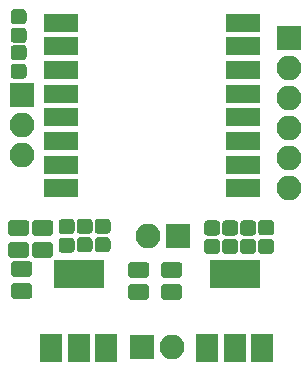
<source format=gbr>
G04 #@! TF.GenerationSoftware,KiCad,Pcbnew,5.0.0-fee4fd1~66~ubuntu16.04.1*
G04 #@! TF.CreationDate,2018-12-09T19:45:05+07:00*
G04 #@! TF.ProjectId,master_circuit,6D61737465725F636972637569742E6B,rev?*
G04 #@! TF.SameCoordinates,Original*
G04 #@! TF.FileFunction,Soldermask,Top*
G04 #@! TF.FilePolarity,Negative*
%FSLAX46Y46*%
G04 Gerber Fmt 4.6, Leading zero omitted, Abs format (unit mm)*
G04 Created by KiCad (PCBNEW 5.0.0-fee4fd1~66~ubuntu16.04.1) date Sun Dec  9 19:45:05 2018*
%MOMM*%
%LPD*%
G01*
G04 APERTURE LIST*
%ADD10R,2.900000X1.500000*%
%ADD11C,0.100000*%
%ADD12C,1.375000*%
%ADD13C,1.275000*%
%ADD14R,2.100000X2.100000*%
%ADD15O,2.100000X2.100000*%
%ADD16R,4.200000X2.400000*%
%ADD17R,1.900000X2.400000*%
G04 APERTURE END LIST*
D10*
G04 #@! TO.C,U1*
X149160000Y-62230000D03*
X149160000Y-64230000D03*
X149160000Y-66230000D03*
X149160000Y-68230000D03*
X149160000Y-70230000D03*
X149160000Y-72230000D03*
X149160000Y-74230000D03*
X149160000Y-76230000D03*
X164560000Y-76230000D03*
X164560000Y-74230000D03*
X164560000Y-72230000D03*
X164560000Y-70230000D03*
X164560000Y-68230000D03*
X164560000Y-66230000D03*
X164560000Y-64230000D03*
X164560000Y-62230000D03*
G04 #@! TD*
D11*
G04 #@! TO.C,C1*
G36*
X148163943Y-80769655D02*
X148197312Y-80774605D01*
X148230035Y-80782802D01*
X148261797Y-80794166D01*
X148292293Y-80808590D01*
X148321227Y-80825932D01*
X148348323Y-80846028D01*
X148373318Y-80868682D01*
X148395972Y-80893677D01*
X148416068Y-80920773D01*
X148433410Y-80949707D01*
X148447834Y-80980203D01*
X148459198Y-81011965D01*
X148467395Y-81044688D01*
X148472345Y-81078057D01*
X148474000Y-81111750D01*
X148474000Y-81799250D01*
X148472345Y-81832943D01*
X148467395Y-81866312D01*
X148459198Y-81899035D01*
X148447834Y-81930797D01*
X148433410Y-81961293D01*
X148416068Y-81990227D01*
X148395972Y-82017323D01*
X148373318Y-82042318D01*
X148348323Y-82064972D01*
X148321227Y-82085068D01*
X148292293Y-82102410D01*
X148261797Y-82116834D01*
X148230035Y-82128198D01*
X148197312Y-82136395D01*
X148163943Y-82141345D01*
X148130250Y-82143000D01*
X147017750Y-82143000D01*
X146984057Y-82141345D01*
X146950688Y-82136395D01*
X146917965Y-82128198D01*
X146886203Y-82116834D01*
X146855707Y-82102410D01*
X146826773Y-82085068D01*
X146799677Y-82064972D01*
X146774682Y-82042318D01*
X146752028Y-82017323D01*
X146731932Y-81990227D01*
X146714590Y-81961293D01*
X146700166Y-81930797D01*
X146688802Y-81899035D01*
X146680605Y-81866312D01*
X146675655Y-81832943D01*
X146674000Y-81799250D01*
X146674000Y-81111750D01*
X146675655Y-81078057D01*
X146680605Y-81044688D01*
X146688802Y-81011965D01*
X146700166Y-80980203D01*
X146714590Y-80949707D01*
X146731932Y-80920773D01*
X146752028Y-80893677D01*
X146774682Y-80868682D01*
X146799677Y-80846028D01*
X146826773Y-80825932D01*
X146855707Y-80808590D01*
X146886203Y-80794166D01*
X146917965Y-80782802D01*
X146950688Y-80774605D01*
X146984057Y-80769655D01*
X147017750Y-80768000D01*
X148130250Y-80768000D01*
X148163943Y-80769655D01*
X148163943Y-80769655D01*
G37*
D12*
X147574000Y-81455500D03*
D11*
G36*
X148163943Y-78894655D02*
X148197312Y-78899605D01*
X148230035Y-78907802D01*
X148261797Y-78919166D01*
X148292293Y-78933590D01*
X148321227Y-78950932D01*
X148348323Y-78971028D01*
X148373318Y-78993682D01*
X148395972Y-79018677D01*
X148416068Y-79045773D01*
X148433410Y-79074707D01*
X148447834Y-79105203D01*
X148459198Y-79136965D01*
X148467395Y-79169688D01*
X148472345Y-79203057D01*
X148474000Y-79236750D01*
X148474000Y-79924250D01*
X148472345Y-79957943D01*
X148467395Y-79991312D01*
X148459198Y-80024035D01*
X148447834Y-80055797D01*
X148433410Y-80086293D01*
X148416068Y-80115227D01*
X148395972Y-80142323D01*
X148373318Y-80167318D01*
X148348323Y-80189972D01*
X148321227Y-80210068D01*
X148292293Y-80227410D01*
X148261797Y-80241834D01*
X148230035Y-80253198D01*
X148197312Y-80261395D01*
X148163943Y-80266345D01*
X148130250Y-80268000D01*
X147017750Y-80268000D01*
X146984057Y-80266345D01*
X146950688Y-80261395D01*
X146917965Y-80253198D01*
X146886203Y-80241834D01*
X146855707Y-80227410D01*
X146826773Y-80210068D01*
X146799677Y-80189972D01*
X146774682Y-80167318D01*
X146752028Y-80142323D01*
X146731932Y-80115227D01*
X146714590Y-80086293D01*
X146700166Y-80055797D01*
X146688802Y-80024035D01*
X146680605Y-79991312D01*
X146675655Y-79957943D01*
X146674000Y-79924250D01*
X146674000Y-79236750D01*
X146675655Y-79203057D01*
X146680605Y-79169688D01*
X146688802Y-79136965D01*
X146700166Y-79105203D01*
X146714590Y-79074707D01*
X146731932Y-79045773D01*
X146752028Y-79018677D01*
X146774682Y-78993682D01*
X146799677Y-78971028D01*
X146826773Y-78950932D01*
X146855707Y-78933590D01*
X146886203Y-78919166D01*
X146917965Y-78907802D01*
X146950688Y-78899605D01*
X146984057Y-78894655D01*
X147017750Y-78893000D01*
X148130250Y-78893000D01*
X148163943Y-78894655D01*
X148163943Y-78894655D01*
G37*
D12*
X147574000Y-79580500D03*
G04 #@! TD*
D11*
G04 #@! TO.C,C2*
G36*
X146131943Y-78894655D02*
X146165312Y-78899605D01*
X146198035Y-78907802D01*
X146229797Y-78919166D01*
X146260293Y-78933590D01*
X146289227Y-78950932D01*
X146316323Y-78971028D01*
X146341318Y-78993682D01*
X146363972Y-79018677D01*
X146384068Y-79045773D01*
X146401410Y-79074707D01*
X146415834Y-79105203D01*
X146427198Y-79136965D01*
X146435395Y-79169688D01*
X146440345Y-79203057D01*
X146442000Y-79236750D01*
X146442000Y-79924250D01*
X146440345Y-79957943D01*
X146435395Y-79991312D01*
X146427198Y-80024035D01*
X146415834Y-80055797D01*
X146401410Y-80086293D01*
X146384068Y-80115227D01*
X146363972Y-80142323D01*
X146341318Y-80167318D01*
X146316323Y-80189972D01*
X146289227Y-80210068D01*
X146260293Y-80227410D01*
X146229797Y-80241834D01*
X146198035Y-80253198D01*
X146165312Y-80261395D01*
X146131943Y-80266345D01*
X146098250Y-80268000D01*
X144985750Y-80268000D01*
X144952057Y-80266345D01*
X144918688Y-80261395D01*
X144885965Y-80253198D01*
X144854203Y-80241834D01*
X144823707Y-80227410D01*
X144794773Y-80210068D01*
X144767677Y-80189972D01*
X144742682Y-80167318D01*
X144720028Y-80142323D01*
X144699932Y-80115227D01*
X144682590Y-80086293D01*
X144668166Y-80055797D01*
X144656802Y-80024035D01*
X144648605Y-79991312D01*
X144643655Y-79957943D01*
X144642000Y-79924250D01*
X144642000Y-79236750D01*
X144643655Y-79203057D01*
X144648605Y-79169688D01*
X144656802Y-79136965D01*
X144668166Y-79105203D01*
X144682590Y-79074707D01*
X144699932Y-79045773D01*
X144720028Y-79018677D01*
X144742682Y-78993682D01*
X144767677Y-78971028D01*
X144794773Y-78950932D01*
X144823707Y-78933590D01*
X144854203Y-78919166D01*
X144885965Y-78907802D01*
X144918688Y-78899605D01*
X144952057Y-78894655D01*
X144985750Y-78893000D01*
X146098250Y-78893000D01*
X146131943Y-78894655D01*
X146131943Y-78894655D01*
G37*
D12*
X145542000Y-79580500D03*
D11*
G36*
X146131943Y-80769655D02*
X146165312Y-80774605D01*
X146198035Y-80782802D01*
X146229797Y-80794166D01*
X146260293Y-80808590D01*
X146289227Y-80825932D01*
X146316323Y-80846028D01*
X146341318Y-80868682D01*
X146363972Y-80893677D01*
X146384068Y-80920773D01*
X146401410Y-80949707D01*
X146415834Y-80980203D01*
X146427198Y-81011965D01*
X146435395Y-81044688D01*
X146440345Y-81078057D01*
X146442000Y-81111750D01*
X146442000Y-81799250D01*
X146440345Y-81832943D01*
X146435395Y-81866312D01*
X146427198Y-81899035D01*
X146415834Y-81930797D01*
X146401410Y-81961293D01*
X146384068Y-81990227D01*
X146363972Y-82017323D01*
X146341318Y-82042318D01*
X146316323Y-82064972D01*
X146289227Y-82085068D01*
X146260293Y-82102410D01*
X146229797Y-82116834D01*
X146198035Y-82128198D01*
X146165312Y-82136395D01*
X146131943Y-82141345D01*
X146098250Y-82143000D01*
X144985750Y-82143000D01*
X144952057Y-82141345D01*
X144918688Y-82136395D01*
X144885965Y-82128198D01*
X144854203Y-82116834D01*
X144823707Y-82102410D01*
X144794773Y-82085068D01*
X144767677Y-82064972D01*
X144742682Y-82042318D01*
X144720028Y-82017323D01*
X144699932Y-81990227D01*
X144682590Y-81961293D01*
X144668166Y-81930797D01*
X144656802Y-81899035D01*
X144648605Y-81866312D01*
X144643655Y-81832943D01*
X144642000Y-81799250D01*
X144642000Y-81111750D01*
X144643655Y-81078057D01*
X144648605Y-81044688D01*
X144656802Y-81011965D01*
X144668166Y-80980203D01*
X144682590Y-80949707D01*
X144699932Y-80920773D01*
X144720028Y-80893677D01*
X144742682Y-80868682D01*
X144767677Y-80846028D01*
X144794773Y-80825932D01*
X144823707Y-80808590D01*
X144854203Y-80794166D01*
X144885965Y-80782802D01*
X144918688Y-80774605D01*
X144952057Y-80769655D01*
X144985750Y-80768000D01*
X146098250Y-80768000D01*
X146131943Y-80769655D01*
X146131943Y-80769655D01*
G37*
D12*
X145542000Y-81455500D03*
G04 #@! TD*
D11*
G04 #@! TO.C,C3*
G36*
X153041493Y-78815035D02*
X153072435Y-78819625D01*
X153102778Y-78827225D01*
X153132230Y-78837763D01*
X153160508Y-78851138D01*
X153187338Y-78867219D01*
X153212463Y-78885853D01*
X153235640Y-78906860D01*
X153256647Y-78930037D01*
X153275281Y-78955162D01*
X153291362Y-78981992D01*
X153304737Y-79010270D01*
X153315275Y-79039722D01*
X153322875Y-79070065D01*
X153327465Y-79101007D01*
X153329000Y-79132250D01*
X153329000Y-79769750D01*
X153327465Y-79800993D01*
X153322875Y-79831935D01*
X153315275Y-79862278D01*
X153304737Y-79891730D01*
X153291362Y-79920008D01*
X153275281Y-79946838D01*
X153256647Y-79971963D01*
X153235640Y-79995140D01*
X153212463Y-80016147D01*
X153187338Y-80034781D01*
X153160508Y-80050862D01*
X153132230Y-80064237D01*
X153102778Y-80074775D01*
X153072435Y-80082375D01*
X153041493Y-80086965D01*
X153010250Y-80088500D01*
X152297750Y-80088500D01*
X152266507Y-80086965D01*
X152235565Y-80082375D01*
X152205222Y-80074775D01*
X152175770Y-80064237D01*
X152147492Y-80050862D01*
X152120662Y-80034781D01*
X152095537Y-80016147D01*
X152072360Y-79995140D01*
X152051353Y-79971963D01*
X152032719Y-79946838D01*
X152016638Y-79920008D01*
X152003263Y-79891730D01*
X151992725Y-79862278D01*
X151985125Y-79831935D01*
X151980535Y-79800993D01*
X151979000Y-79769750D01*
X151979000Y-79132250D01*
X151980535Y-79101007D01*
X151985125Y-79070065D01*
X151992725Y-79039722D01*
X152003263Y-79010270D01*
X152016638Y-78981992D01*
X152032719Y-78955162D01*
X152051353Y-78930037D01*
X152072360Y-78906860D01*
X152095537Y-78885853D01*
X152120662Y-78867219D01*
X152147492Y-78851138D01*
X152175770Y-78837763D01*
X152205222Y-78827225D01*
X152235565Y-78819625D01*
X152266507Y-78815035D01*
X152297750Y-78813500D01*
X153010250Y-78813500D01*
X153041493Y-78815035D01*
X153041493Y-78815035D01*
G37*
D13*
X152654000Y-79451000D03*
D11*
G36*
X153041493Y-80390035D02*
X153072435Y-80394625D01*
X153102778Y-80402225D01*
X153132230Y-80412763D01*
X153160508Y-80426138D01*
X153187338Y-80442219D01*
X153212463Y-80460853D01*
X153235640Y-80481860D01*
X153256647Y-80505037D01*
X153275281Y-80530162D01*
X153291362Y-80556992D01*
X153304737Y-80585270D01*
X153315275Y-80614722D01*
X153322875Y-80645065D01*
X153327465Y-80676007D01*
X153329000Y-80707250D01*
X153329000Y-81344750D01*
X153327465Y-81375993D01*
X153322875Y-81406935D01*
X153315275Y-81437278D01*
X153304737Y-81466730D01*
X153291362Y-81495008D01*
X153275281Y-81521838D01*
X153256647Y-81546963D01*
X153235640Y-81570140D01*
X153212463Y-81591147D01*
X153187338Y-81609781D01*
X153160508Y-81625862D01*
X153132230Y-81639237D01*
X153102778Y-81649775D01*
X153072435Y-81657375D01*
X153041493Y-81661965D01*
X153010250Y-81663500D01*
X152297750Y-81663500D01*
X152266507Y-81661965D01*
X152235565Y-81657375D01*
X152205222Y-81649775D01*
X152175770Y-81639237D01*
X152147492Y-81625862D01*
X152120662Y-81609781D01*
X152095537Y-81591147D01*
X152072360Y-81570140D01*
X152051353Y-81546963D01*
X152032719Y-81521838D01*
X152016638Y-81495008D01*
X152003263Y-81466730D01*
X151992725Y-81437278D01*
X151985125Y-81406935D01*
X151980535Y-81375993D01*
X151979000Y-81344750D01*
X151979000Y-80707250D01*
X151980535Y-80676007D01*
X151985125Y-80645065D01*
X151992725Y-80614722D01*
X152003263Y-80585270D01*
X152016638Y-80556992D01*
X152032719Y-80530162D01*
X152051353Y-80505037D01*
X152072360Y-80481860D01*
X152095537Y-80460853D01*
X152120662Y-80442219D01*
X152147492Y-80426138D01*
X152175770Y-80412763D01*
X152205222Y-80402225D01*
X152235565Y-80394625D01*
X152266507Y-80390035D01*
X152297750Y-80388500D01*
X153010250Y-80388500D01*
X153041493Y-80390035D01*
X153041493Y-80390035D01*
G37*
D13*
X152654000Y-81026000D03*
G04 #@! TD*
D11*
G04 #@! TO.C,C4*
G36*
X159085943Y-84325655D02*
X159119312Y-84330605D01*
X159152035Y-84338802D01*
X159183797Y-84350166D01*
X159214293Y-84364590D01*
X159243227Y-84381932D01*
X159270323Y-84402028D01*
X159295318Y-84424682D01*
X159317972Y-84449677D01*
X159338068Y-84476773D01*
X159355410Y-84505707D01*
X159369834Y-84536203D01*
X159381198Y-84567965D01*
X159389395Y-84600688D01*
X159394345Y-84634057D01*
X159396000Y-84667750D01*
X159396000Y-85355250D01*
X159394345Y-85388943D01*
X159389395Y-85422312D01*
X159381198Y-85455035D01*
X159369834Y-85486797D01*
X159355410Y-85517293D01*
X159338068Y-85546227D01*
X159317972Y-85573323D01*
X159295318Y-85598318D01*
X159270323Y-85620972D01*
X159243227Y-85641068D01*
X159214293Y-85658410D01*
X159183797Y-85672834D01*
X159152035Y-85684198D01*
X159119312Y-85692395D01*
X159085943Y-85697345D01*
X159052250Y-85699000D01*
X157939750Y-85699000D01*
X157906057Y-85697345D01*
X157872688Y-85692395D01*
X157839965Y-85684198D01*
X157808203Y-85672834D01*
X157777707Y-85658410D01*
X157748773Y-85641068D01*
X157721677Y-85620972D01*
X157696682Y-85598318D01*
X157674028Y-85573323D01*
X157653932Y-85546227D01*
X157636590Y-85517293D01*
X157622166Y-85486797D01*
X157610802Y-85455035D01*
X157602605Y-85422312D01*
X157597655Y-85388943D01*
X157596000Y-85355250D01*
X157596000Y-84667750D01*
X157597655Y-84634057D01*
X157602605Y-84600688D01*
X157610802Y-84567965D01*
X157622166Y-84536203D01*
X157636590Y-84505707D01*
X157653932Y-84476773D01*
X157674028Y-84449677D01*
X157696682Y-84424682D01*
X157721677Y-84402028D01*
X157748773Y-84381932D01*
X157777707Y-84364590D01*
X157808203Y-84350166D01*
X157839965Y-84338802D01*
X157872688Y-84330605D01*
X157906057Y-84325655D01*
X157939750Y-84324000D01*
X159052250Y-84324000D01*
X159085943Y-84325655D01*
X159085943Y-84325655D01*
G37*
D12*
X158496000Y-85011500D03*
D11*
G36*
X159085943Y-82450655D02*
X159119312Y-82455605D01*
X159152035Y-82463802D01*
X159183797Y-82475166D01*
X159214293Y-82489590D01*
X159243227Y-82506932D01*
X159270323Y-82527028D01*
X159295318Y-82549682D01*
X159317972Y-82574677D01*
X159338068Y-82601773D01*
X159355410Y-82630707D01*
X159369834Y-82661203D01*
X159381198Y-82692965D01*
X159389395Y-82725688D01*
X159394345Y-82759057D01*
X159396000Y-82792750D01*
X159396000Y-83480250D01*
X159394345Y-83513943D01*
X159389395Y-83547312D01*
X159381198Y-83580035D01*
X159369834Y-83611797D01*
X159355410Y-83642293D01*
X159338068Y-83671227D01*
X159317972Y-83698323D01*
X159295318Y-83723318D01*
X159270323Y-83745972D01*
X159243227Y-83766068D01*
X159214293Y-83783410D01*
X159183797Y-83797834D01*
X159152035Y-83809198D01*
X159119312Y-83817395D01*
X159085943Y-83822345D01*
X159052250Y-83824000D01*
X157939750Y-83824000D01*
X157906057Y-83822345D01*
X157872688Y-83817395D01*
X157839965Y-83809198D01*
X157808203Y-83797834D01*
X157777707Y-83783410D01*
X157748773Y-83766068D01*
X157721677Y-83745972D01*
X157696682Y-83723318D01*
X157674028Y-83698323D01*
X157653932Y-83671227D01*
X157636590Y-83642293D01*
X157622166Y-83611797D01*
X157610802Y-83580035D01*
X157602605Y-83547312D01*
X157597655Y-83513943D01*
X157596000Y-83480250D01*
X157596000Y-82792750D01*
X157597655Y-82759057D01*
X157602605Y-82725688D01*
X157610802Y-82692965D01*
X157622166Y-82661203D01*
X157636590Y-82630707D01*
X157653932Y-82601773D01*
X157674028Y-82574677D01*
X157696682Y-82549682D01*
X157721677Y-82527028D01*
X157748773Y-82506932D01*
X157777707Y-82489590D01*
X157808203Y-82475166D01*
X157839965Y-82463802D01*
X157872688Y-82455605D01*
X157906057Y-82450655D01*
X157939750Y-82449000D01*
X159052250Y-82449000D01*
X159085943Y-82450655D01*
X159085943Y-82450655D01*
G37*
D12*
X158496000Y-83136500D03*
G04 #@! TD*
D11*
G04 #@! TO.C,C6*
G36*
X156291943Y-82450655D02*
X156325312Y-82455605D01*
X156358035Y-82463802D01*
X156389797Y-82475166D01*
X156420293Y-82489590D01*
X156449227Y-82506932D01*
X156476323Y-82527028D01*
X156501318Y-82549682D01*
X156523972Y-82574677D01*
X156544068Y-82601773D01*
X156561410Y-82630707D01*
X156575834Y-82661203D01*
X156587198Y-82692965D01*
X156595395Y-82725688D01*
X156600345Y-82759057D01*
X156602000Y-82792750D01*
X156602000Y-83480250D01*
X156600345Y-83513943D01*
X156595395Y-83547312D01*
X156587198Y-83580035D01*
X156575834Y-83611797D01*
X156561410Y-83642293D01*
X156544068Y-83671227D01*
X156523972Y-83698323D01*
X156501318Y-83723318D01*
X156476323Y-83745972D01*
X156449227Y-83766068D01*
X156420293Y-83783410D01*
X156389797Y-83797834D01*
X156358035Y-83809198D01*
X156325312Y-83817395D01*
X156291943Y-83822345D01*
X156258250Y-83824000D01*
X155145750Y-83824000D01*
X155112057Y-83822345D01*
X155078688Y-83817395D01*
X155045965Y-83809198D01*
X155014203Y-83797834D01*
X154983707Y-83783410D01*
X154954773Y-83766068D01*
X154927677Y-83745972D01*
X154902682Y-83723318D01*
X154880028Y-83698323D01*
X154859932Y-83671227D01*
X154842590Y-83642293D01*
X154828166Y-83611797D01*
X154816802Y-83580035D01*
X154808605Y-83547312D01*
X154803655Y-83513943D01*
X154802000Y-83480250D01*
X154802000Y-82792750D01*
X154803655Y-82759057D01*
X154808605Y-82725688D01*
X154816802Y-82692965D01*
X154828166Y-82661203D01*
X154842590Y-82630707D01*
X154859932Y-82601773D01*
X154880028Y-82574677D01*
X154902682Y-82549682D01*
X154927677Y-82527028D01*
X154954773Y-82506932D01*
X154983707Y-82489590D01*
X155014203Y-82475166D01*
X155045965Y-82463802D01*
X155078688Y-82455605D01*
X155112057Y-82450655D01*
X155145750Y-82449000D01*
X156258250Y-82449000D01*
X156291943Y-82450655D01*
X156291943Y-82450655D01*
G37*
D12*
X155702000Y-83136500D03*
D11*
G36*
X156291943Y-84325655D02*
X156325312Y-84330605D01*
X156358035Y-84338802D01*
X156389797Y-84350166D01*
X156420293Y-84364590D01*
X156449227Y-84381932D01*
X156476323Y-84402028D01*
X156501318Y-84424682D01*
X156523972Y-84449677D01*
X156544068Y-84476773D01*
X156561410Y-84505707D01*
X156575834Y-84536203D01*
X156587198Y-84567965D01*
X156595395Y-84600688D01*
X156600345Y-84634057D01*
X156602000Y-84667750D01*
X156602000Y-85355250D01*
X156600345Y-85388943D01*
X156595395Y-85422312D01*
X156587198Y-85455035D01*
X156575834Y-85486797D01*
X156561410Y-85517293D01*
X156544068Y-85546227D01*
X156523972Y-85573323D01*
X156501318Y-85598318D01*
X156476323Y-85620972D01*
X156449227Y-85641068D01*
X156420293Y-85658410D01*
X156389797Y-85672834D01*
X156358035Y-85684198D01*
X156325312Y-85692395D01*
X156291943Y-85697345D01*
X156258250Y-85699000D01*
X155145750Y-85699000D01*
X155112057Y-85697345D01*
X155078688Y-85692395D01*
X155045965Y-85684198D01*
X155014203Y-85672834D01*
X154983707Y-85658410D01*
X154954773Y-85641068D01*
X154927677Y-85620972D01*
X154902682Y-85598318D01*
X154880028Y-85573323D01*
X154859932Y-85546227D01*
X154842590Y-85517293D01*
X154828166Y-85486797D01*
X154816802Y-85455035D01*
X154808605Y-85422312D01*
X154803655Y-85388943D01*
X154802000Y-85355250D01*
X154802000Y-84667750D01*
X154803655Y-84634057D01*
X154808605Y-84600688D01*
X154816802Y-84567965D01*
X154828166Y-84536203D01*
X154842590Y-84505707D01*
X154859932Y-84476773D01*
X154880028Y-84449677D01*
X154902682Y-84424682D01*
X154927677Y-84402028D01*
X154954773Y-84381932D01*
X154983707Y-84364590D01*
X155014203Y-84350166D01*
X155045965Y-84338802D01*
X155078688Y-84330605D01*
X155112057Y-84325655D01*
X155145750Y-84324000D01*
X156258250Y-84324000D01*
X156291943Y-84325655D01*
X156291943Y-84325655D01*
G37*
D12*
X155702000Y-85011500D03*
G04 #@! TD*
D11*
G04 #@! TO.C,C7*
G36*
X146385943Y-84247155D02*
X146419312Y-84252105D01*
X146452035Y-84260302D01*
X146483797Y-84271666D01*
X146514293Y-84286090D01*
X146543227Y-84303432D01*
X146570323Y-84323528D01*
X146595318Y-84346182D01*
X146617972Y-84371177D01*
X146638068Y-84398273D01*
X146655410Y-84427207D01*
X146669834Y-84457703D01*
X146681198Y-84489465D01*
X146689395Y-84522188D01*
X146694345Y-84555557D01*
X146696000Y-84589250D01*
X146696000Y-85276750D01*
X146694345Y-85310443D01*
X146689395Y-85343812D01*
X146681198Y-85376535D01*
X146669834Y-85408297D01*
X146655410Y-85438793D01*
X146638068Y-85467727D01*
X146617972Y-85494823D01*
X146595318Y-85519818D01*
X146570323Y-85542472D01*
X146543227Y-85562568D01*
X146514293Y-85579910D01*
X146483797Y-85594334D01*
X146452035Y-85605698D01*
X146419312Y-85613895D01*
X146385943Y-85618845D01*
X146352250Y-85620500D01*
X145239750Y-85620500D01*
X145206057Y-85618845D01*
X145172688Y-85613895D01*
X145139965Y-85605698D01*
X145108203Y-85594334D01*
X145077707Y-85579910D01*
X145048773Y-85562568D01*
X145021677Y-85542472D01*
X144996682Y-85519818D01*
X144974028Y-85494823D01*
X144953932Y-85467727D01*
X144936590Y-85438793D01*
X144922166Y-85408297D01*
X144910802Y-85376535D01*
X144902605Y-85343812D01*
X144897655Y-85310443D01*
X144896000Y-85276750D01*
X144896000Y-84589250D01*
X144897655Y-84555557D01*
X144902605Y-84522188D01*
X144910802Y-84489465D01*
X144922166Y-84457703D01*
X144936590Y-84427207D01*
X144953932Y-84398273D01*
X144974028Y-84371177D01*
X144996682Y-84346182D01*
X145021677Y-84323528D01*
X145048773Y-84303432D01*
X145077707Y-84286090D01*
X145108203Y-84271666D01*
X145139965Y-84260302D01*
X145172688Y-84252105D01*
X145206057Y-84247155D01*
X145239750Y-84245500D01*
X146352250Y-84245500D01*
X146385943Y-84247155D01*
X146385943Y-84247155D01*
G37*
D12*
X145796000Y-84933000D03*
D11*
G36*
X146385943Y-82372155D02*
X146419312Y-82377105D01*
X146452035Y-82385302D01*
X146483797Y-82396666D01*
X146514293Y-82411090D01*
X146543227Y-82428432D01*
X146570323Y-82448528D01*
X146595318Y-82471182D01*
X146617972Y-82496177D01*
X146638068Y-82523273D01*
X146655410Y-82552207D01*
X146669834Y-82582703D01*
X146681198Y-82614465D01*
X146689395Y-82647188D01*
X146694345Y-82680557D01*
X146696000Y-82714250D01*
X146696000Y-83401750D01*
X146694345Y-83435443D01*
X146689395Y-83468812D01*
X146681198Y-83501535D01*
X146669834Y-83533297D01*
X146655410Y-83563793D01*
X146638068Y-83592727D01*
X146617972Y-83619823D01*
X146595318Y-83644818D01*
X146570323Y-83667472D01*
X146543227Y-83687568D01*
X146514293Y-83704910D01*
X146483797Y-83719334D01*
X146452035Y-83730698D01*
X146419312Y-83738895D01*
X146385943Y-83743845D01*
X146352250Y-83745500D01*
X145239750Y-83745500D01*
X145206057Y-83743845D01*
X145172688Y-83738895D01*
X145139965Y-83730698D01*
X145108203Y-83719334D01*
X145077707Y-83704910D01*
X145048773Y-83687568D01*
X145021677Y-83667472D01*
X144996682Y-83644818D01*
X144974028Y-83619823D01*
X144953932Y-83592727D01*
X144936590Y-83563793D01*
X144922166Y-83533297D01*
X144910802Y-83501535D01*
X144902605Y-83468812D01*
X144897655Y-83435443D01*
X144896000Y-83401750D01*
X144896000Y-82714250D01*
X144897655Y-82680557D01*
X144902605Y-82647188D01*
X144910802Y-82614465D01*
X144922166Y-82582703D01*
X144936590Y-82552207D01*
X144953932Y-82523273D01*
X144974028Y-82496177D01*
X144996682Y-82471182D01*
X145021677Y-82448528D01*
X145048773Y-82428432D01*
X145077707Y-82411090D01*
X145108203Y-82396666D01*
X145139965Y-82385302D01*
X145172688Y-82377105D01*
X145206057Y-82372155D01*
X145239750Y-82370500D01*
X146352250Y-82370500D01*
X146385943Y-82372155D01*
X146385943Y-82372155D01*
G37*
D12*
X145796000Y-83058000D03*
G04 #@! TD*
D11*
G04 #@! TO.C,D1*
G36*
X145929493Y-64108535D02*
X145960435Y-64113125D01*
X145990778Y-64120725D01*
X146020230Y-64131263D01*
X146048508Y-64144638D01*
X146075338Y-64160719D01*
X146100463Y-64179353D01*
X146123640Y-64200360D01*
X146144647Y-64223537D01*
X146163281Y-64248662D01*
X146179362Y-64275492D01*
X146192737Y-64303770D01*
X146203275Y-64333222D01*
X146210875Y-64363565D01*
X146215465Y-64394507D01*
X146217000Y-64425750D01*
X146217000Y-65063250D01*
X146215465Y-65094493D01*
X146210875Y-65125435D01*
X146203275Y-65155778D01*
X146192737Y-65185230D01*
X146179362Y-65213508D01*
X146163281Y-65240338D01*
X146144647Y-65265463D01*
X146123640Y-65288640D01*
X146100463Y-65309647D01*
X146075338Y-65328281D01*
X146048508Y-65344362D01*
X146020230Y-65357737D01*
X145990778Y-65368275D01*
X145960435Y-65375875D01*
X145929493Y-65380465D01*
X145898250Y-65382000D01*
X145185750Y-65382000D01*
X145154507Y-65380465D01*
X145123565Y-65375875D01*
X145093222Y-65368275D01*
X145063770Y-65357737D01*
X145035492Y-65344362D01*
X145008662Y-65328281D01*
X144983537Y-65309647D01*
X144960360Y-65288640D01*
X144939353Y-65265463D01*
X144920719Y-65240338D01*
X144904638Y-65213508D01*
X144891263Y-65185230D01*
X144880725Y-65155778D01*
X144873125Y-65125435D01*
X144868535Y-65094493D01*
X144867000Y-65063250D01*
X144867000Y-64425750D01*
X144868535Y-64394507D01*
X144873125Y-64363565D01*
X144880725Y-64333222D01*
X144891263Y-64303770D01*
X144904638Y-64275492D01*
X144920719Y-64248662D01*
X144939353Y-64223537D01*
X144960360Y-64200360D01*
X144983537Y-64179353D01*
X145008662Y-64160719D01*
X145035492Y-64144638D01*
X145063770Y-64131263D01*
X145093222Y-64120725D01*
X145123565Y-64113125D01*
X145154507Y-64108535D01*
X145185750Y-64107000D01*
X145898250Y-64107000D01*
X145929493Y-64108535D01*
X145929493Y-64108535D01*
G37*
D13*
X145542000Y-64744500D03*
D11*
G36*
X145929493Y-65683535D02*
X145960435Y-65688125D01*
X145990778Y-65695725D01*
X146020230Y-65706263D01*
X146048508Y-65719638D01*
X146075338Y-65735719D01*
X146100463Y-65754353D01*
X146123640Y-65775360D01*
X146144647Y-65798537D01*
X146163281Y-65823662D01*
X146179362Y-65850492D01*
X146192737Y-65878770D01*
X146203275Y-65908222D01*
X146210875Y-65938565D01*
X146215465Y-65969507D01*
X146217000Y-66000750D01*
X146217000Y-66638250D01*
X146215465Y-66669493D01*
X146210875Y-66700435D01*
X146203275Y-66730778D01*
X146192737Y-66760230D01*
X146179362Y-66788508D01*
X146163281Y-66815338D01*
X146144647Y-66840463D01*
X146123640Y-66863640D01*
X146100463Y-66884647D01*
X146075338Y-66903281D01*
X146048508Y-66919362D01*
X146020230Y-66932737D01*
X145990778Y-66943275D01*
X145960435Y-66950875D01*
X145929493Y-66955465D01*
X145898250Y-66957000D01*
X145185750Y-66957000D01*
X145154507Y-66955465D01*
X145123565Y-66950875D01*
X145093222Y-66943275D01*
X145063770Y-66932737D01*
X145035492Y-66919362D01*
X145008662Y-66903281D01*
X144983537Y-66884647D01*
X144960360Y-66863640D01*
X144939353Y-66840463D01*
X144920719Y-66815338D01*
X144904638Y-66788508D01*
X144891263Y-66760230D01*
X144880725Y-66730778D01*
X144873125Y-66700435D01*
X144868535Y-66669493D01*
X144867000Y-66638250D01*
X144867000Y-66000750D01*
X144868535Y-65969507D01*
X144873125Y-65938565D01*
X144880725Y-65908222D01*
X144891263Y-65878770D01*
X144904638Y-65850492D01*
X144920719Y-65823662D01*
X144939353Y-65798537D01*
X144960360Y-65775360D01*
X144983537Y-65754353D01*
X145008662Y-65735719D01*
X145035492Y-65719638D01*
X145063770Y-65706263D01*
X145093222Y-65695725D01*
X145123565Y-65688125D01*
X145154507Y-65683535D01*
X145185750Y-65682000D01*
X145898250Y-65682000D01*
X145929493Y-65683535D01*
X145929493Y-65683535D01*
G37*
D13*
X145542000Y-66319500D03*
G04 #@! TD*
D14*
G04 #@! TO.C,J1*
X168402000Y-63500000D03*
D15*
X168402000Y-66040000D03*
X168402000Y-68580000D03*
X168402000Y-71120000D03*
X168402000Y-73660000D03*
X168402000Y-76200000D03*
G04 #@! TD*
D14*
G04 #@! TO.C,J2*
X145796000Y-68326000D03*
D15*
X145796000Y-70866000D03*
X145796000Y-73406000D03*
G04 #@! TD*
D14*
G04 #@! TO.C,J3*
X155956000Y-89662000D03*
D15*
X158496000Y-89662000D03*
G04 #@! TD*
D14*
G04 #@! TO.C,J4*
X159004000Y-80264000D03*
D15*
X156464000Y-80264000D03*
G04 #@! TD*
D11*
G04 #@! TO.C,R1*
G36*
X145929493Y-61086035D02*
X145960435Y-61090625D01*
X145990778Y-61098225D01*
X146020230Y-61108763D01*
X146048508Y-61122138D01*
X146075338Y-61138219D01*
X146100463Y-61156853D01*
X146123640Y-61177860D01*
X146144647Y-61201037D01*
X146163281Y-61226162D01*
X146179362Y-61252992D01*
X146192737Y-61281270D01*
X146203275Y-61310722D01*
X146210875Y-61341065D01*
X146215465Y-61372007D01*
X146217000Y-61403250D01*
X146217000Y-62040750D01*
X146215465Y-62071993D01*
X146210875Y-62102935D01*
X146203275Y-62133278D01*
X146192737Y-62162730D01*
X146179362Y-62191008D01*
X146163281Y-62217838D01*
X146144647Y-62242963D01*
X146123640Y-62266140D01*
X146100463Y-62287147D01*
X146075338Y-62305781D01*
X146048508Y-62321862D01*
X146020230Y-62335237D01*
X145990778Y-62345775D01*
X145960435Y-62353375D01*
X145929493Y-62357965D01*
X145898250Y-62359500D01*
X145185750Y-62359500D01*
X145154507Y-62357965D01*
X145123565Y-62353375D01*
X145093222Y-62345775D01*
X145063770Y-62335237D01*
X145035492Y-62321862D01*
X145008662Y-62305781D01*
X144983537Y-62287147D01*
X144960360Y-62266140D01*
X144939353Y-62242963D01*
X144920719Y-62217838D01*
X144904638Y-62191008D01*
X144891263Y-62162730D01*
X144880725Y-62133278D01*
X144873125Y-62102935D01*
X144868535Y-62071993D01*
X144867000Y-62040750D01*
X144867000Y-61403250D01*
X144868535Y-61372007D01*
X144873125Y-61341065D01*
X144880725Y-61310722D01*
X144891263Y-61281270D01*
X144904638Y-61252992D01*
X144920719Y-61226162D01*
X144939353Y-61201037D01*
X144960360Y-61177860D01*
X144983537Y-61156853D01*
X145008662Y-61138219D01*
X145035492Y-61122138D01*
X145063770Y-61108763D01*
X145093222Y-61098225D01*
X145123565Y-61090625D01*
X145154507Y-61086035D01*
X145185750Y-61084500D01*
X145898250Y-61084500D01*
X145929493Y-61086035D01*
X145929493Y-61086035D01*
G37*
D13*
X145542000Y-61722000D03*
D11*
G36*
X145929493Y-62661035D02*
X145960435Y-62665625D01*
X145990778Y-62673225D01*
X146020230Y-62683763D01*
X146048508Y-62697138D01*
X146075338Y-62713219D01*
X146100463Y-62731853D01*
X146123640Y-62752860D01*
X146144647Y-62776037D01*
X146163281Y-62801162D01*
X146179362Y-62827992D01*
X146192737Y-62856270D01*
X146203275Y-62885722D01*
X146210875Y-62916065D01*
X146215465Y-62947007D01*
X146217000Y-62978250D01*
X146217000Y-63615750D01*
X146215465Y-63646993D01*
X146210875Y-63677935D01*
X146203275Y-63708278D01*
X146192737Y-63737730D01*
X146179362Y-63766008D01*
X146163281Y-63792838D01*
X146144647Y-63817963D01*
X146123640Y-63841140D01*
X146100463Y-63862147D01*
X146075338Y-63880781D01*
X146048508Y-63896862D01*
X146020230Y-63910237D01*
X145990778Y-63920775D01*
X145960435Y-63928375D01*
X145929493Y-63932965D01*
X145898250Y-63934500D01*
X145185750Y-63934500D01*
X145154507Y-63932965D01*
X145123565Y-63928375D01*
X145093222Y-63920775D01*
X145063770Y-63910237D01*
X145035492Y-63896862D01*
X145008662Y-63880781D01*
X144983537Y-63862147D01*
X144960360Y-63841140D01*
X144939353Y-63817963D01*
X144920719Y-63792838D01*
X144904638Y-63766008D01*
X144891263Y-63737730D01*
X144880725Y-63708278D01*
X144873125Y-63677935D01*
X144868535Y-63646993D01*
X144867000Y-63615750D01*
X144867000Y-62978250D01*
X144868535Y-62947007D01*
X144873125Y-62916065D01*
X144880725Y-62885722D01*
X144891263Y-62856270D01*
X144904638Y-62827992D01*
X144920719Y-62801162D01*
X144939353Y-62776037D01*
X144960360Y-62752860D01*
X144983537Y-62731853D01*
X145008662Y-62713219D01*
X145035492Y-62697138D01*
X145063770Y-62683763D01*
X145093222Y-62673225D01*
X145123565Y-62665625D01*
X145154507Y-62661035D01*
X145185750Y-62659500D01*
X145898250Y-62659500D01*
X145929493Y-62661035D01*
X145929493Y-62661035D01*
G37*
D13*
X145542000Y-63297000D03*
G04 #@! TD*
D11*
G04 #@! TO.C,R2*
G36*
X165360493Y-80542535D02*
X165391435Y-80547125D01*
X165421778Y-80554725D01*
X165451230Y-80565263D01*
X165479508Y-80578638D01*
X165506338Y-80594719D01*
X165531463Y-80613353D01*
X165554640Y-80634360D01*
X165575647Y-80657537D01*
X165594281Y-80682662D01*
X165610362Y-80709492D01*
X165623737Y-80737770D01*
X165634275Y-80767222D01*
X165641875Y-80797565D01*
X165646465Y-80828507D01*
X165648000Y-80859750D01*
X165648000Y-81497250D01*
X165646465Y-81528493D01*
X165641875Y-81559435D01*
X165634275Y-81589778D01*
X165623737Y-81619230D01*
X165610362Y-81647508D01*
X165594281Y-81674338D01*
X165575647Y-81699463D01*
X165554640Y-81722640D01*
X165531463Y-81743647D01*
X165506338Y-81762281D01*
X165479508Y-81778362D01*
X165451230Y-81791737D01*
X165421778Y-81802275D01*
X165391435Y-81809875D01*
X165360493Y-81814465D01*
X165329250Y-81816000D01*
X164616750Y-81816000D01*
X164585507Y-81814465D01*
X164554565Y-81809875D01*
X164524222Y-81802275D01*
X164494770Y-81791737D01*
X164466492Y-81778362D01*
X164439662Y-81762281D01*
X164414537Y-81743647D01*
X164391360Y-81722640D01*
X164370353Y-81699463D01*
X164351719Y-81674338D01*
X164335638Y-81647508D01*
X164322263Y-81619230D01*
X164311725Y-81589778D01*
X164304125Y-81559435D01*
X164299535Y-81528493D01*
X164298000Y-81497250D01*
X164298000Y-80859750D01*
X164299535Y-80828507D01*
X164304125Y-80797565D01*
X164311725Y-80767222D01*
X164322263Y-80737770D01*
X164335638Y-80709492D01*
X164351719Y-80682662D01*
X164370353Y-80657537D01*
X164391360Y-80634360D01*
X164414537Y-80613353D01*
X164439662Y-80594719D01*
X164466492Y-80578638D01*
X164494770Y-80565263D01*
X164524222Y-80554725D01*
X164554565Y-80547125D01*
X164585507Y-80542535D01*
X164616750Y-80541000D01*
X165329250Y-80541000D01*
X165360493Y-80542535D01*
X165360493Y-80542535D01*
G37*
D13*
X164973000Y-81178500D03*
D11*
G36*
X165360493Y-78967535D02*
X165391435Y-78972125D01*
X165421778Y-78979725D01*
X165451230Y-78990263D01*
X165479508Y-79003638D01*
X165506338Y-79019719D01*
X165531463Y-79038353D01*
X165554640Y-79059360D01*
X165575647Y-79082537D01*
X165594281Y-79107662D01*
X165610362Y-79134492D01*
X165623737Y-79162770D01*
X165634275Y-79192222D01*
X165641875Y-79222565D01*
X165646465Y-79253507D01*
X165648000Y-79284750D01*
X165648000Y-79922250D01*
X165646465Y-79953493D01*
X165641875Y-79984435D01*
X165634275Y-80014778D01*
X165623737Y-80044230D01*
X165610362Y-80072508D01*
X165594281Y-80099338D01*
X165575647Y-80124463D01*
X165554640Y-80147640D01*
X165531463Y-80168647D01*
X165506338Y-80187281D01*
X165479508Y-80203362D01*
X165451230Y-80216737D01*
X165421778Y-80227275D01*
X165391435Y-80234875D01*
X165360493Y-80239465D01*
X165329250Y-80241000D01*
X164616750Y-80241000D01*
X164585507Y-80239465D01*
X164554565Y-80234875D01*
X164524222Y-80227275D01*
X164494770Y-80216737D01*
X164466492Y-80203362D01*
X164439662Y-80187281D01*
X164414537Y-80168647D01*
X164391360Y-80147640D01*
X164370353Y-80124463D01*
X164351719Y-80099338D01*
X164335638Y-80072508D01*
X164322263Y-80044230D01*
X164311725Y-80014778D01*
X164304125Y-79984435D01*
X164299535Y-79953493D01*
X164298000Y-79922250D01*
X164298000Y-79284750D01*
X164299535Y-79253507D01*
X164304125Y-79222565D01*
X164311725Y-79192222D01*
X164322263Y-79162770D01*
X164335638Y-79134492D01*
X164351719Y-79107662D01*
X164370353Y-79082537D01*
X164391360Y-79059360D01*
X164414537Y-79038353D01*
X164439662Y-79019719D01*
X164466492Y-79003638D01*
X164494770Y-78990263D01*
X164524222Y-78979725D01*
X164554565Y-78972125D01*
X164585507Y-78967535D01*
X164616750Y-78966000D01*
X165329250Y-78966000D01*
X165360493Y-78967535D01*
X165360493Y-78967535D01*
G37*
D13*
X164973000Y-79603500D03*
G04 #@! TD*
D11*
G04 #@! TO.C,R3*
G36*
X163836493Y-78967535D02*
X163867435Y-78972125D01*
X163897778Y-78979725D01*
X163927230Y-78990263D01*
X163955508Y-79003638D01*
X163982338Y-79019719D01*
X164007463Y-79038353D01*
X164030640Y-79059360D01*
X164051647Y-79082537D01*
X164070281Y-79107662D01*
X164086362Y-79134492D01*
X164099737Y-79162770D01*
X164110275Y-79192222D01*
X164117875Y-79222565D01*
X164122465Y-79253507D01*
X164124000Y-79284750D01*
X164124000Y-79922250D01*
X164122465Y-79953493D01*
X164117875Y-79984435D01*
X164110275Y-80014778D01*
X164099737Y-80044230D01*
X164086362Y-80072508D01*
X164070281Y-80099338D01*
X164051647Y-80124463D01*
X164030640Y-80147640D01*
X164007463Y-80168647D01*
X163982338Y-80187281D01*
X163955508Y-80203362D01*
X163927230Y-80216737D01*
X163897778Y-80227275D01*
X163867435Y-80234875D01*
X163836493Y-80239465D01*
X163805250Y-80241000D01*
X163092750Y-80241000D01*
X163061507Y-80239465D01*
X163030565Y-80234875D01*
X163000222Y-80227275D01*
X162970770Y-80216737D01*
X162942492Y-80203362D01*
X162915662Y-80187281D01*
X162890537Y-80168647D01*
X162867360Y-80147640D01*
X162846353Y-80124463D01*
X162827719Y-80099338D01*
X162811638Y-80072508D01*
X162798263Y-80044230D01*
X162787725Y-80014778D01*
X162780125Y-79984435D01*
X162775535Y-79953493D01*
X162774000Y-79922250D01*
X162774000Y-79284750D01*
X162775535Y-79253507D01*
X162780125Y-79222565D01*
X162787725Y-79192222D01*
X162798263Y-79162770D01*
X162811638Y-79134492D01*
X162827719Y-79107662D01*
X162846353Y-79082537D01*
X162867360Y-79059360D01*
X162890537Y-79038353D01*
X162915662Y-79019719D01*
X162942492Y-79003638D01*
X162970770Y-78990263D01*
X163000222Y-78979725D01*
X163030565Y-78972125D01*
X163061507Y-78967535D01*
X163092750Y-78966000D01*
X163805250Y-78966000D01*
X163836493Y-78967535D01*
X163836493Y-78967535D01*
G37*
D13*
X163449000Y-79603500D03*
D11*
G36*
X163836493Y-80542535D02*
X163867435Y-80547125D01*
X163897778Y-80554725D01*
X163927230Y-80565263D01*
X163955508Y-80578638D01*
X163982338Y-80594719D01*
X164007463Y-80613353D01*
X164030640Y-80634360D01*
X164051647Y-80657537D01*
X164070281Y-80682662D01*
X164086362Y-80709492D01*
X164099737Y-80737770D01*
X164110275Y-80767222D01*
X164117875Y-80797565D01*
X164122465Y-80828507D01*
X164124000Y-80859750D01*
X164124000Y-81497250D01*
X164122465Y-81528493D01*
X164117875Y-81559435D01*
X164110275Y-81589778D01*
X164099737Y-81619230D01*
X164086362Y-81647508D01*
X164070281Y-81674338D01*
X164051647Y-81699463D01*
X164030640Y-81722640D01*
X164007463Y-81743647D01*
X163982338Y-81762281D01*
X163955508Y-81778362D01*
X163927230Y-81791737D01*
X163897778Y-81802275D01*
X163867435Y-81809875D01*
X163836493Y-81814465D01*
X163805250Y-81816000D01*
X163092750Y-81816000D01*
X163061507Y-81814465D01*
X163030565Y-81809875D01*
X163000222Y-81802275D01*
X162970770Y-81791737D01*
X162942492Y-81778362D01*
X162915662Y-81762281D01*
X162890537Y-81743647D01*
X162867360Y-81722640D01*
X162846353Y-81699463D01*
X162827719Y-81674338D01*
X162811638Y-81647508D01*
X162798263Y-81619230D01*
X162787725Y-81589778D01*
X162780125Y-81559435D01*
X162775535Y-81528493D01*
X162774000Y-81497250D01*
X162774000Y-80859750D01*
X162775535Y-80828507D01*
X162780125Y-80797565D01*
X162787725Y-80767222D01*
X162798263Y-80737770D01*
X162811638Y-80709492D01*
X162827719Y-80682662D01*
X162846353Y-80657537D01*
X162867360Y-80634360D01*
X162890537Y-80613353D01*
X162915662Y-80594719D01*
X162942492Y-80578638D01*
X162970770Y-80565263D01*
X163000222Y-80554725D01*
X163030565Y-80547125D01*
X163061507Y-80542535D01*
X163092750Y-80541000D01*
X163805250Y-80541000D01*
X163836493Y-80542535D01*
X163836493Y-80542535D01*
G37*
D13*
X163449000Y-81178500D03*
G04 #@! TD*
D11*
G04 #@! TO.C,R4*
G36*
X151517493Y-80390035D02*
X151548435Y-80394625D01*
X151578778Y-80402225D01*
X151608230Y-80412763D01*
X151636508Y-80426138D01*
X151663338Y-80442219D01*
X151688463Y-80460853D01*
X151711640Y-80481860D01*
X151732647Y-80505037D01*
X151751281Y-80530162D01*
X151767362Y-80556992D01*
X151780737Y-80585270D01*
X151791275Y-80614722D01*
X151798875Y-80645065D01*
X151803465Y-80676007D01*
X151805000Y-80707250D01*
X151805000Y-81344750D01*
X151803465Y-81375993D01*
X151798875Y-81406935D01*
X151791275Y-81437278D01*
X151780737Y-81466730D01*
X151767362Y-81495008D01*
X151751281Y-81521838D01*
X151732647Y-81546963D01*
X151711640Y-81570140D01*
X151688463Y-81591147D01*
X151663338Y-81609781D01*
X151636508Y-81625862D01*
X151608230Y-81639237D01*
X151578778Y-81649775D01*
X151548435Y-81657375D01*
X151517493Y-81661965D01*
X151486250Y-81663500D01*
X150773750Y-81663500D01*
X150742507Y-81661965D01*
X150711565Y-81657375D01*
X150681222Y-81649775D01*
X150651770Y-81639237D01*
X150623492Y-81625862D01*
X150596662Y-81609781D01*
X150571537Y-81591147D01*
X150548360Y-81570140D01*
X150527353Y-81546963D01*
X150508719Y-81521838D01*
X150492638Y-81495008D01*
X150479263Y-81466730D01*
X150468725Y-81437278D01*
X150461125Y-81406935D01*
X150456535Y-81375993D01*
X150455000Y-81344750D01*
X150455000Y-80707250D01*
X150456535Y-80676007D01*
X150461125Y-80645065D01*
X150468725Y-80614722D01*
X150479263Y-80585270D01*
X150492638Y-80556992D01*
X150508719Y-80530162D01*
X150527353Y-80505037D01*
X150548360Y-80481860D01*
X150571537Y-80460853D01*
X150596662Y-80442219D01*
X150623492Y-80426138D01*
X150651770Y-80412763D01*
X150681222Y-80402225D01*
X150711565Y-80394625D01*
X150742507Y-80390035D01*
X150773750Y-80388500D01*
X151486250Y-80388500D01*
X151517493Y-80390035D01*
X151517493Y-80390035D01*
G37*
D13*
X151130000Y-81026000D03*
D11*
G36*
X151517493Y-78815035D02*
X151548435Y-78819625D01*
X151578778Y-78827225D01*
X151608230Y-78837763D01*
X151636508Y-78851138D01*
X151663338Y-78867219D01*
X151688463Y-78885853D01*
X151711640Y-78906860D01*
X151732647Y-78930037D01*
X151751281Y-78955162D01*
X151767362Y-78981992D01*
X151780737Y-79010270D01*
X151791275Y-79039722D01*
X151798875Y-79070065D01*
X151803465Y-79101007D01*
X151805000Y-79132250D01*
X151805000Y-79769750D01*
X151803465Y-79800993D01*
X151798875Y-79831935D01*
X151791275Y-79862278D01*
X151780737Y-79891730D01*
X151767362Y-79920008D01*
X151751281Y-79946838D01*
X151732647Y-79971963D01*
X151711640Y-79995140D01*
X151688463Y-80016147D01*
X151663338Y-80034781D01*
X151636508Y-80050862D01*
X151608230Y-80064237D01*
X151578778Y-80074775D01*
X151548435Y-80082375D01*
X151517493Y-80086965D01*
X151486250Y-80088500D01*
X150773750Y-80088500D01*
X150742507Y-80086965D01*
X150711565Y-80082375D01*
X150681222Y-80074775D01*
X150651770Y-80064237D01*
X150623492Y-80050862D01*
X150596662Y-80034781D01*
X150571537Y-80016147D01*
X150548360Y-79995140D01*
X150527353Y-79971963D01*
X150508719Y-79946838D01*
X150492638Y-79920008D01*
X150479263Y-79891730D01*
X150468725Y-79862278D01*
X150461125Y-79831935D01*
X150456535Y-79800993D01*
X150455000Y-79769750D01*
X150455000Y-79132250D01*
X150456535Y-79101007D01*
X150461125Y-79070065D01*
X150468725Y-79039722D01*
X150479263Y-79010270D01*
X150492638Y-78981992D01*
X150508719Y-78955162D01*
X150527353Y-78930037D01*
X150548360Y-78906860D01*
X150571537Y-78885853D01*
X150596662Y-78867219D01*
X150623492Y-78851138D01*
X150651770Y-78837763D01*
X150681222Y-78827225D01*
X150711565Y-78819625D01*
X150742507Y-78815035D01*
X150773750Y-78813500D01*
X151486250Y-78813500D01*
X151517493Y-78815035D01*
X151517493Y-78815035D01*
G37*
D13*
X151130000Y-79451000D03*
G04 #@! TD*
D11*
G04 #@! TO.C,R5*
G36*
X162312493Y-78967535D02*
X162343435Y-78972125D01*
X162373778Y-78979725D01*
X162403230Y-78990263D01*
X162431508Y-79003638D01*
X162458338Y-79019719D01*
X162483463Y-79038353D01*
X162506640Y-79059360D01*
X162527647Y-79082537D01*
X162546281Y-79107662D01*
X162562362Y-79134492D01*
X162575737Y-79162770D01*
X162586275Y-79192222D01*
X162593875Y-79222565D01*
X162598465Y-79253507D01*
X162600000Y-79284750D01*
X162600000Y-79922250D01*
X162598465Y-79953493D01*
X162593875Y-79984435D01*
X162586275Y-80014778D01*
X162575737Y-80044230D01*
X162562362Y-80072508D01*
X162546281Y-80099338D01*
X162527647Y-80124463D01*
X162506640Y-80147640D01*
X162483463Y-80168647D01*
X162458338Y-80187281D01*
X162431508Y-80203362D01*
X162403230Y-80216737D01*
X162373778Y-80227275D01*
X162343435Y-80234875D01*
X162312493Y-80239465D01*
X162281250Y-80241000D01*
X161568750Y-80241000D01*
X161537507Y-80239465D01*
X161506565Y-80234875D01*
X161476222Y-80227275D01*
X161446770Y-80216737D01*
X161418492Y-80203362D01*
X161391662Y-80187281D01*
X161366537Y-80168647D01*
X161343360Y-80147640D01*
X161322353Y-80124463D01*
X161303719Y-80099338D01*
X161287638Y-80072508D01*
X161274263Y-80044230D01*
X161263725Y-80014778D01*
X161256125Y-79984435D01*
X161251535Y-79953493D01*
X161250000Y-79922250D01*
X161250000Y-79284750D01*
X161251535Y-79253507D01*
X161256125Y-79222565D01*
X161263725Y-79192222D01*
X161274263Y-79162770D01*
X161287638Y-79134492D01*
X161303719Y-79107662D01*
X161322353Y-79082537D01*
X161343360Y-79059360D01*
X161366537Y-79038353D01*
X161391662Y-79019719D01*
X161418492Y-79003638D01*
X161446770Y-78990263D01*
X161476222Y-78979725D01*
X161506565Y-78972125D01*
X161537507Y-78967535D01*
X161568750Y-78966000D01*
X162281250Y-78966000D01*
X162312493Y-78967535D01*
X162312493Y-78967535D01*
G37*
D13*
X161925000Y-79603500D03*
D11*
G36*
X162312493Y-80542535D02*
X162343435Y-80547125D01*
X162373778Y-80554725D01*
X162403230Y-80565263D01*
X162431508Y-80578638D01*
X162458338Y-80594719D01*
X162483463Y-80613353D01*
X162506640Y-80634360D01*
X162527647Y-80657537D01*
X162546281Y-80682662D01*
X162562362Y-80709492D01*
X162575737Y-80737770D01*
X162586275Y-80767222D01*
X162593875Y-80797565D01*
X162598465Y-80828507D01*
X162600000Y-80859750D01*
X162600000Y-81497250D01*
X162598465Y-81528493D01*
X162593875Y-81559435D01*
X162586275Y-81589778D01*
X162575737Y-81619230D01*
X162562362Y-81647508D01*
X162546281Y-81674338D01*
X162527647Y-81699463D01*
X162506640Y-81722640D01*
X162483463Y-81743647D01*
X162458338Y-81762281D01*
X162431508Y-81778362D01*
X162403230Y-81791737D01*
X162373778Y-81802275D01*
X162343435Y-81809875D01*
X162312493Y-81814465D01*
X162281250Y-81816000D01*
X161568750Y-81816000D01*
X161537507Y-81814465D01*
X161506565Y-81809875D01*
X161476222Y-81802275D01*
X161446770Y-81791737D01*
X161418492Y-81778362D01*
X161391662Y-81762281D01*
X161366537Y-81743647D01*
X161343360Y-81722640D01*
X161322353Y-81699463D01*
X161303719Y-81674338D01*
X161287638Y-81647508D01*
X161274263Y-81619230D01*
X161263725Y-81589778D01*
X161256125Y-81559435D01*
X161251535Y-81528493D01*
X161250000Y-81497250D01*
X161250000Y-80859750D01*
X161251535Y-80828507D01*
X161256125Y-80797565D01*
X161263725Y-80767222D01*
X161274263Y-80737770D01*
X161287638Y-80709492D01*
X161303719Y-80682662D01*
X161322353Y-80657537D01*
X161343360Y-80634360D01*
X161366537Y-80613353D01*
X161391662Y-80594719D01*
X161418492Y-80578638D01*
X161446770Y-80565263D01*
X161476222Y-80554725D01*
X161506565Y-80547125D01*
X161537507Y-80542535D01*
X161568750Y-80541000D01*
X162281250Y-80541000D01*
X162312493Y-80542535D01*
X162312493Y-80542535D01*
G37*
D13*
X161925000Y-81178500D03*
G04 #@! TD*
D11*
G04 #@! TO.C,R6*
G36*
X166884493Y-80517035D02*
X166915435Y-80521625D01*
X166945778Y-80529225D01*
X166975230Y-80539763D01*
X167003508Y-80553138D01*
X167030338Y-80569219D01*
X167055463Y-80587853D01*
X167078640Y-80608860D01*
X167099647Y-80632037D01*
X167118281Y-80657162D01*
X167134362Y-80683992D01*
X167147737Y-80712270D01*
X167158275Y-80741722D01*
X167165875Y-80772065D01*
X167170465Y-80803007D01*
X167172000Y-80834250D01*
X167172000Y-81471750D01*
X167170465Y-81502993D01*
X167165875Y-81533935D01*
X167158275Y-81564278D01*
X167147737Y-81593730D01*
X167134362Y-81622008D01*
X167118281Y-81648838D01*
X167099647Y-81673963D01*
X167078640Y-81697140D01*
X167055463Y-81718147D01*
X167030338Y-81736781D01*
X167003508Y-81752862D01*
X166975230Y-81766237D01*
X166945778Y-81776775D01*
X166915435Y-81784375D01*
X166884493Y-81788965D01*
X166853250Y-81790500D01*
X166140750Y-81790500D01*
X166109507Y-81788965D01*
X166078565Y-81784375D01*
X166048222Y-81776775D01*
X166018770Y-81766237D01*
X165990492Y-81752862D01*
X165963662Y-81736781D01*
X165938537Y-81718147D01*
X165915360Y-81697140D01*
X165894353Y-81673963D01*
X165875719Y-81648838D01*
X165859638Y-81622008D01*
X165846263Y-81593730D01*
X165835725Y-81564278D01*
X165828125Y-81533935D01*
X165823535Y-81502993D01*
X165822000Y-81471750D01*
X165822000Y-80834250D01*
X165823535Y-80803007D01*
X165828125Y-80772065D01*
X165835725Y-80741722D01*
X165846263Y-80712270D01*
X165859638Y-80683992D01*
X165875719Y-80657162D01*
X165894353Y-80632037D01*
X165915360Y-80608860D01*
X165938537Y-80587853D01*
X165963662Y-80569219D01*
X165990492Y-80553138D01*
X166018770Y-80539763D01*
X166048222Y-80529225D01*
X166078565Y-80521625D01*
X166109507Y-80517035D01*
X166140750Y-80515500D01*
X166853250Y-80515500D01*
X166884493Y-80517035D01*
X166884493Y-80517035D01*
G37*
D13*
X166497000Y-81153000D03*
D11*
G36*
X166884493Y-78942035D02*
X166915435Y-78946625D01*
X166945778Y-78954225D01*
X166975230Y-78964763D01*
X167003508Y-78978138D01*
X167030338Y-78994219D01*
X167055463Y-79012853D01*
X167078640Y-79033860D01*
X167099647Y-79057037D01*
X167118281Y-79082162D01*
X167134362Y-79108992D01*
X167147737Y-79137270D01*
X167158275Y-79166722D01*
X167165875Y-79197065D01*
X167170465Y-79228007D01*
X167172000Y-79259250D01*
X167172000Y-79896750D01*
X167170465Y-79927993D01*
X167165875Y-79958935D01*
X167158275Y-79989278D01*
X167147737Y-80018730D01*
X167134362Y-80047008D01*
X167118281Y-80073838D01*
X167099647Y-80098963D01*
X167078640Y-80122140D01*
X167055463Y-80143147D01*
X167030338Y-80161781D01*
X167003508Y-80177862D01*
X166975230Y-80191237D01*
X166945778Y-80201775D01*
X166915435Y-80209375D01*
X166884493Y-80213965D01*
X166853250Y-80215500D01*
X166140750Y-80215500D01*
X166109507Y-80213965D01*
X166078565Y-80209375D01*
X166048222Y-80201775D01*
X166018770Y-80191237D01*
X165990492Y-80177862D01*
X165963662Y-80161781D01*
X165938537Y-80143147D01*
X165915360Y-80122140D01*
X165894353Y-80098963D01*
X165875719Y-80073838D01*
X165859638Y-80047008D01*
X165846263Y-80018730D01*
X165835725Y-79989278D01*
X165828125Y-79958935D01*
X165823535Y-79927993D01*
X165822000Y-79896750D01*
X165822000Y-79259250D01*
X165823535Y-79228007D01*
X165828125Y-79197065D01*
X165835725Y-79166722D01*
X165846263Y-79137270D01*
X165859638Y-79108992D01*
X165875719Y-79082162D01*
X165894353Y-79057037D01*
X165915360Y-79033860D01*
X165938537Y-79012853D01*
X165963662Y-78994219D01*
X165990492Y-78978138D01*
X166018770Y-78964763D01*
X166048222Y-78954225D01*
X166078565Y-78946625D01*
X166109507Y-78942035D01*
X166140750Y-78940500D01*
X166853250Y-78940500D01*
X166884493Y-78942035D01*
X166884493Y-78942035D01*
G37*
D13*
X166497000Y-79578000D03*
G04 #@! TD*
D11*
G04 #@! TO.C,R7*
G36*
X149993493Y-78840535D02*
X150024435Y-78845125D01*
X150054778Y-78852725D01*
X150084230Y-78863263D01*
X150112508Y-78876638D01*
X150139338Y-78892719D01*
X150164463Y-78911353D01*
X150187640Y-78932360D01*
X150208647Y-78955537D01*
X150227281Y-78980662D01*
X150243362Y-79007492D01*
X150256737Y-79035770D01*
X150267275Y-79065222D01*
X150274875Y-79095565D01*
X150279465Y-79126507D01*
X150281000Y-79157750D01*
X150281000Y-79795250D01*
X150279465Y-79826493D01*
X150274875Y-79857435D01*
X150267275Y-79887778D01*
X150256737Y-79917230D01*
X150243362Y-79945508D01*
X150227281Y-79972338D01*
X150208647Y-79997463D01*
X150187640Y-80020640D01*
X150164463Y-80041647D01*
X150139338Y-80060281D01*
X150112508Y-80076362D01*
X150084230Y-80089737D01*
X150054778Y-80100275D01*
X150024435Y-80107875D01*
X149993493Y-80112465D01*
X149962250Y-80114000D01*
X149249750Y-80114000D01*
X149218507Y-80112465D01*
X149187565Y-80107875D01*
X149157222Y-80100275D01*
X149127770Y-80089737D01*
X149099492Y-80076362D01*
X149072662Y-80060281D01*
X149047537Y-80041647D01*
X149024360Y-80020640D01*
X149003353Y-79997463D01*
X148984719Y-79972338D01*
X148968638Y-79945508D01*
X148955263Y-79917230D01*
X148944725Y-79887778D01*
X148937125Y-79857435D01*
X148932535Y-79826493D01*
X148931000Y-79795250D01*
X148931000Y-79157750D01*
X148932535Y-79126507D01*
X148937125Y-79095565D01*
X148944725Y-79065222D01*
X148955263Y-79035770D01*
X148968638Y-79007492D01*
X148984719Y-78980662D01*
X149003353Y-78955537D01*
X149024360Y-78932360D01*
X149047537Y-78911353D01*
X149072662Y-78892719D01*
X149099492Y-78876638D01*
X149127770Y-78863263D01*
X149157222Y-78852725D01*
X149187565Y-78845125D01*
X149218507Y-78840535D01*
X149249750Y-78839000D01*
X149962250Y-78839000D01*
X149993493Y-78840535D01*
X149993493Y-78840535D01*
G37*
D13*
X149606000Y-79476500D03*
D11*
G36*
X149993493Y-80415535D02*
X150024435Y-80420125D01*
X150054778Y-80427725D01*
X150084230Y-80438263D01*
X150112508Y-80451638D01*
X150139338Y-80467719D01*
X150164463Y-80486353D01*
X150187640Y-80507360D01*
X150208647Y-80530537D01*
X150227281Y-80555662D01*
X150243362Y-80582492D01*
X150256737Y-80610770D01*
X150267275Y-80640222D01*
X150274875Y-80670565D01*
X150279465Y-80701507D01*
X150281000Y-80732750D01*
X150281000Y-81370250D01*
X150279465Y-81401493D01*
X150274875Y-81432435D01*
X150267275Y-81462778D01*
X150256737Y-81492230D01*
X150243362Y-81520508D01*
X150227281Y-81547338D01*
X150208647Y-81572463D01*
X150187640Y-81595640D01*
X150164463Y-81616647D01*
X150139338Y-81635281D01*
X150112508Y-81651362D01*
X150084230Y-81664737D01*
X150054778Y-81675275D01*
X150024435Y-81682875D01*
X149993493Y-81687465D01*
X149962250Y-81689000D01*
X149249750Y-81689000D01*
X149218507Y-81687465D01*
X149187565Y-81682875D01*
X149157222Y-81675275D01*
X149127770Y-81664737D01*
X149099492Y-81651362D01*
X149072662Y-81635281D01*
X149047537Y-81616647D01*
X149024360Y-81595640D01*
X149003353Y-81572463D01*
X148984719Y-81547338D01*
X148968638Y-81520508D01*
X148955263Y-81492230D01*
X148944725Y-81462778D01*
X148937125Y-81432435D01*
X148932535Y-81401493D01*
X148931000Y-81370250D01*
X148931000Y-80732750D01*
X148932535Y-80701507D01*
X148937125Y-80670565D01*
X148944725Y-80640222D01*
X148955263Y-80610770D01*
X148968638Y-80582492D01*
X148984719Y-80555662D01*
X149003353Y-80530537D01*
X149024360Y-80507360D01*
X149047537Y-80486353D01*
X149072662Y-80467719D01*
X149099492Y-80451638D01*
X149127770Y-80438263D01*
X149157222Y-80427725D01*
X149187565Y-80420125D01*
X149218507Y-80415535D01*
X149249750Y-80414000D01*
X149962250Y-80414000D01*
X149993493Y-80415535D01*
X149993493Y-80415535D01*
G37*
D13*
X149606000Y-81051500D03*
G04 #@! TD*
D16*
G04 #@! TO.C,U2*
X163830000Y-83464000D03*
D17*
X163830000Y-89764000D03*
X166130000Y-89764000D03*
X161530000Y-89764000D03*
G04 #@! TD*
G04 #@! TO.C,U3*
X148322000Y-89764000D03*
X152922000Y-89764000D03*
X150622000Y-89764000D03*
D16*
X150622000Y-83464000D03*
G04 #@! TD*
M02*

</source>
